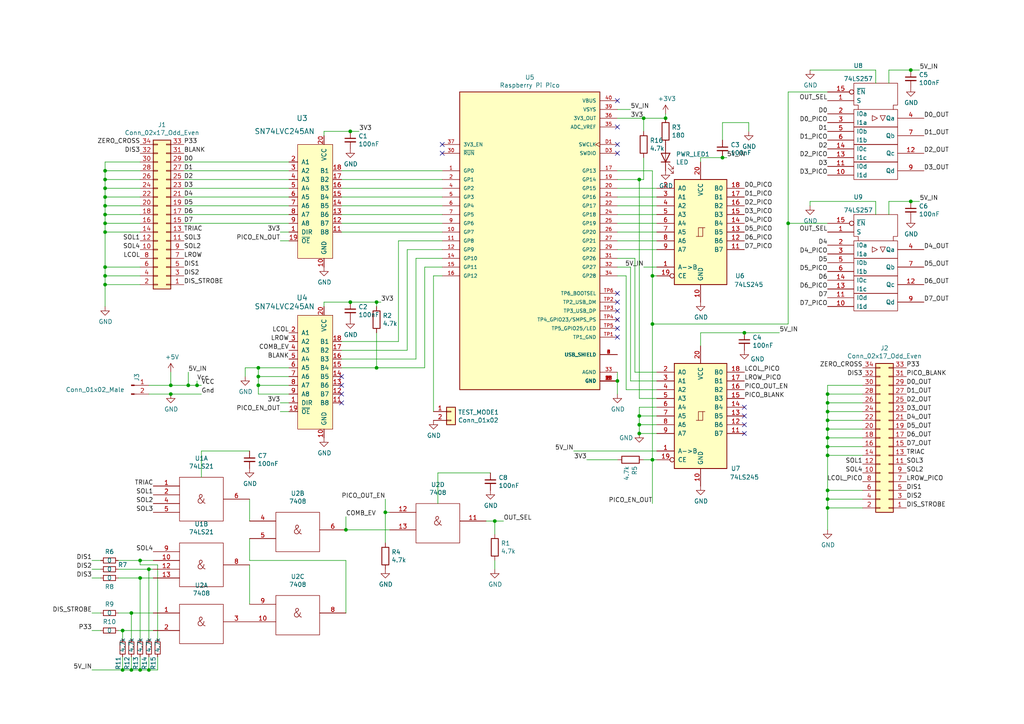
<source format=kicad_sch>
(kicad_sch (version 20211123) (generator eeschema)
  (paper "A4")
  (title_block (title "Afterglow Pico") (rev "1.2") (company "bitfield labs"))
  (junction (at 240.03 119.38))
  (junction (at 240.03 144.78))
  (junction (at 240.03 132.08))
  (junction (at 240.03 124.46))
  (junction (at 40.64 162.56))
  (junction (at 185.42 120.65))
  (junction (at 185.42 52.07))
  (junction (at 264.16 20.32))
  (junction (at 109.22 106.68))
  (junction (at 30.48 64.77))
  (junction (at 143.51 151.13))
  (junction (at 185.42 125.73))
  (junction (at 30.48 80.01))
  (junction (at 193.04 34.29))
  (junction (at 240.03 147.32))
  (junction (at 240.03 142.24))
  (junction (at 74.93 109.22))
  (junction (at 189.23 133.35))
  (junction (at 264.16 58.42))
  (junction (at 101.6 38.1))
  (junction (at 100.33 153.67))
  (junction (at 35.56 182.88))
  (junction (at 186.69 34.29))
  (junction (at 49.53 114.3))
  (junction (at 40.64 167.64))
  (junction (at 38.1 194.31))
  (junction (at 49.53 111.76))
  (junction (at 185.42 123.19))
  (junction (at 179.07 110.49))
  (junction (at 240.03 114.3))
  (junction (at 30.48 54.61))
  (junction (at 30.48 57.15))
  (junction (at 54.61 111.76))
  (junction (at 111.76 148.59))
  (junction (at 209.55 45.72))
  (junction (at 57.15 111.76))
  (junction (at 74.93 111.76))
  (junction (at 228.6 64.77))
  (junction (at 38.1 177.8))
  (junction (at 43.18 194.31))
  (junction (at 189.23 80.01))
  (junction (at 30.48 62.23))
  (junction (at 43.18 165.1))
  (junction (at 240.03 121.92))
  (junction (at 30.48 77.47))
  (junction (at 30.48 49.53))
  (junction (at 30.48 82.55))
  (junction (at 35.56 194.31))
  (junction (at 30.48 67.31))
  (junction (at 30.48 59.69))
  (junction (at 240.03 127))
  (junction (at 109.22 87.63))
  (junction (at 30.48 52.07))
  (junction (at 74.93 106.68))
  (junction (at 240.03 129.54))
  (junction (at 215.9 96.52))
  (junction (at 101.6 87.63))
  (junction (at 240.03 116.84))
  (junction (at 40.64 194.31))
  (junction (at 189.23 93.98))
  (no_connect (at 99.06 109.22))
  (no_connect (at 179.07 97.79))
  (no_connect (at 128.27 44.45))
  (no_connect (at 179.07 44.45))
  (no_connect (at 99.06 114.3))
  (no_connect (at 215.9 120.65))
  (no_connect (at 179.07 92.71))
  (no_connect (at 215.9 125.73))
  (no_connect (at 99.06 111.76))
  (no_connect (at 215.9 118.11))
  (no_connect (at 179.07 29.21))
  (no_connect (at 179.07 85.09))
  (no_connect (at 99.06 116.84))
  (no_connect (at 179.07 36.83))
  (no_connect (at 179.07 87.63))
  (no_connect (at 215.9 123.19))
  (no_connect (at 179.07 95.25))
  (no_connect (at 179.07 41.91))
  (no_connect (at 128.27 41.91))
  (no_connect (at 179.07 90.17))
  (wire (pts (xy 115.57 69.85) (xy 128.27 69.85)))
  (wire (pts (xy 182.88 110.49) (xy 190.5 110.49)))
  (wire (pts (xy 182.88 77.47) (xy 182.88 110.49)))
  (wire (pts (xy 38.1 177.8) (xy 44.45 177.8)))
  (wire (pts (xy 72.39 163.83) (xy 72.39 175.26)))
  (wire (pts (xy 179.07 34.29) (xy 186.69 34.29)))
  (wire (pts (xy 240.03 144.78) (xy 240.03 147.32)))
  (wire (pts (xy 35.56 190.5) (xy 35.56 194.31)))
  (wire (pts (xy 83.82 49.53) (xy 53.34 49.53)))
  (wire (pts (xy 193.04 34.29) (xy 193.04 33.02)))
  (wire (pts (xy 101.6 87.63) (xy 109.22 87.63)))
  (wire (pts (xy 184.15 74.93) (xy 184.15 107.95)))
  (wire (pts (xy 30.48 82.55) (xy 30.48 88.9)))
  (wire (pts (xy 179.07 69.85) (xy 190.5 69.85)))
  (wire (pts (xy 240.03 124.46) (xy 240.03 127)))
  (wire (pts (xy 228.6 26.67) (xy 228.6 64.77)))
  (wire (pts (xy 179.07 110.49) (xy 179.07 114.3)))
  (wire (pts (xy 30.48 59.69) (xy 40.64 59.69)))
  (wire (pts (xy 74.93 109.22) (xy 74.93 111.76)))
  (wire (pts (xy 100.33 177.8) (xy 100.33 162.56)))
  (wire (pts (xy 30.48 54.61) (xy 40.64 54.61)))
  (wire (pts (xy 186.69 38.1) (xy 186.69 34.29)))
  (wire (pts (xy 190.5 123.19) (xy 185.42 123.19)))
  (wire (pts (xy 209.55 35.56) (xy 217.17 35.56)))
  (wire (pts (xy 45.72 194.31) (xy 43.18 194.31)))
  (wire (pts (xy 185.42 120.65) (xy 185.42 123.19)))
  (wire (pts (xy 30.48 52.07) (xy 30.48 54.61)))
  (wire (pts (xy 30.48 80.01) (xy 30.48 82.55)))
  (wire (pts (xy 45.72 190.5) (xy 45.72 194.31)))
  (wire (pts (xy 189.23 80.01) (xy 190.5 80.01)))
  (wire (pts (xy 240.03 132.08) (xy 240.03 142.24)))
  (wire (pts (xy 186.69 133.35) (xy 189.23 133.35)))
  (wire (pts (xy 83.82 69.85) (xy 81.28 69.85)))
  (wire (pts (xy 189.23 93.98) (xy 189.23 133.35)))
  (wire (pts (xy 240.03 111.76) (xy 250.19 111.76)))
  (wire (pts (xy 99.06 59.69) (xy 128.27 59.69)))
  (wire (pts (xy 257.81 20.32) (xy 264.16 20.32)))
  (wire (pts (xy 190.5 118.11) (xy 185.42 118.11)))
  (wire (pts (xy 53.34 62.23) (xy 83.82 62.23)))
  (wire (pts (xy 179.07 59.69) (xy 190.5 59.69)))
  (wire (pts (xy 181.61 113.03) (xy 190.5 113.03)))
  (wire (pts (xy 209.55 45.72) (xy 210.82 45.72)))
  (wire (pts (xy 234.95 58.42) (xy 254 58.42)))
  (wire (pts (xy 30.48 62.23) (xy 40.64 62.23)))
  (wire (pts (xy 128.27 57.15) (xy 99.06 57.15)))
  (wire (pts (xy 118.11 101.6) (xy 118.11 72.39)))
  (wire (pts (xy 30.48 77.47) (xy 30.48 80.01)))
  (wire (pts (xy 189.23 133.35) (xy 190.5 133.35)))
  (wire (pts (xy 240.03 132.08) (xy 250.19 132.08)))
  (wire (pts (xy 30.48 46.99) (xy 30.48 49.53)))
  (wire (pts (xy 109.22 87.63) (xy 109.22 88.9)))
  (wire (pts (xy 143.51 162.56) (xy 143.51 165.1)))
  (wire (pts (xy 99.06 99.06) (xy 115.57 99.06)))
  (wire (pts (xy 30.48 52.07) (xy 40.64 52.07)))
  (wire (pts (xy 179.07 80.01) (xy 181.61 80.01)))
  (wire (pts (xy 257.81 58.42) (xy 264.16 58.42)))
  (wire (pts (xy 185.42 120.65) (xy 190.5 120.65)))
  (wire (pts (xy 74.93 106.68) (xy 71.12 106.68)))
  (wire (pts (xy 128.27 52.07) (xy 99.06 52.07)))
  (wire (pts (xy 240.03 121.92) (xy 240.03 124.46)))
  (wire (pts (xy 179.07 74.93) (xy 184.15 74.93)))
  (wire (pts (xy 109.22 96.52) (xy 109.22 106.68)))
  (wire (pts (xy 257.81 20.32) (xy 257.81 24.13)))
  (wire (pts (xy 30.48 82.55) (xy 40.64 82.55)))
  (wire (pts (xy 125.73 80.01) (xy 125.73 119.38)))
  (wire (pts (xy 179.07 72.39) (xy 190.5 72.39)))
  (wire (pts (xy 111.76 148.59) (xy 111.76 157.48)))
  (wire (pts (xy 57.15 111.76) (xy 58.42 111.76)))
  (wire (pts (xy 128.27 62.23) (xy 99.06 62.23)))
  (wire (pts (xy 26.67 167.64) (xy 29.21 167.64)))
  (wire (pts (xy 83.82 67.31) (xy 81.28 67.31)))
  (wire (pts (xy 83.82 54.61) (xy 53.34 54.61)))
  (wire (pts (xy 58.42 138.43) (xy 58.42 130.81)))
  (wire (pts (xy 128.27 64.77) (xy 99.06 64.77)))
  (wire (pts (xy 40.64 162.56) (xy 44.45 162.56)))
  (wire (pts (xy 128.27 77.47) (xy 123.19 77.47)))
  (wire (pts (xy 30.48 46.99) (xy 40.64 46.99)))
  (wire (pts (xy 93.98 38.1) (xy 101.6 38.1)))
  (wire (pts (xy 38.1 194.31) (xy 35.56 194.31)))
  (wire (pts (xy 40.64 194.31) (xy 38.1 194.31)))
  (wire (pts (xy 189.23 49.53) (xy 189.23 80.01)))
  (wire (pts (xy 83.82 114.3) (xy 74.93 114.3)))
  (wire (pts (xy 100.33 162.56) (xy 72.39 162.56)))
  (wire (pts (xy 209.55 40.64) (xy 209.55 35.56)))
  (wire (pts (xy 99.06 49.53) (xy 128.27 49.53)))
  (wire (pts (xy 49.53 111.76) (xy 54.61 111.76)))
  (wire (pts (xy 54.61 111.76) (xy 57.15 111.76)))
  (wire (pts (xy 185.42 118.11) (xy 185.42 120.65)))
  (wire (pts (xy 34.29 177.8) (xy 38.1 177.8)))
  (wire (pts (xy 185.42 52.07) (xy 179.07 52.07)))
  (wire (pts (xy 179.07 64.77) (xy 190.5 64.77)))
  (wire (pts (xy 93.98 39.37) (xy 93.98 38.1)))
  (wire (pts (xy 140.97 151.13) (xy 143.51 151.13)))
  (wire (pts (xy 186.69 45.72) (xy 186.69 52.07)))
  (wire (pts (xy 170.18 133.35) (xy 179.07 133.35)))
  (wire (pts (xy 40.64 185.42) (xy 40.64 167.64)))
  (wire (pts (xy 40.64 163.83) (xy 40.64 162.56)))
  (wire (pts (xy 264.16 20.32) (xy 266.7 20.32)))
  (wire (pts (xy 30.48 62.23) (xy 30.48 64.77)))
  (wire (pts (xy 53.34 52.07) (xy 83.82 52.07)))
  (wire (pts (xy 120.65 104.14) (xy 120.65 74.93)))
  (wire (pts (xy 34.29 162.56) (xy 40.64 162.56)))
  (wire (pts (xy 44.45 167.64) (xy 40.64 167.64)))
  (wire (pts (xy 43.18 114.3) (xy 49.53 114.3)))
  (wire (pts (xy 30.48 64.77) (xy 30.48 67.31)))
  (wire (pts (xy 240.03 127) (xy 240.03 129.54)))
  (wire (pts (xy 38.1 185.42) (xy 38.1 177.8)))
  (wire (pts (xy 240.03 26.67) (xy 228.6 26.67)))
  (wire (pts (xy 111.76 144.78) (xy 111.76 148.59)))
  (wire (pts (xy 181.61 80.01) (xy 181.61 113.03)))
  (wire (pts (xy 240.03 142.24) (xy 240.03 144.78)))
  (wire (pts (xy 240.03 124.46) (xy 250.19 124.46)))
  (wire (pts (xy 123.19 77.47) (xy 123.19 106.68)))
  (wire (pts (xy 240.03 119.38) (xy 250.19 119.38)))
  (wire (pts (xy 45.72 185.42) (xy 45.72 163.83)))
  (wire (pts (xy 53.34 57.15) (xy 83.82 57.15)))
  (wire (pts (xy 71.12 106.68) (xy 71.12 109.22)))
  (wire (pts (xy 45.72 163.83) (xy 40.64 163.83)))
  (wire (pts (xy 40.64 190.5) (xy 40.64 194.31)))
  (wire (pts (xy 43.18 194.31) (xy 40.64 194.31)))
  (wire (pts (xy 40.64 80.01) (xy 30.48 80.01)))
  (wire (pts (xy 111.76 148.59) (xy 113.03 148.59)))
  (wire (pts (xy 26.67 162.56) (xy 29.21 162.56)))
  (wire (pts (xy 186.69 77.47) (xy 190.5 77.47)))
  (wire (pts (xy 125.73 80.01) (xy 128.27 80.01)))
  (wire (pts (xy 30.48 67.31) (xy 30.48 77.47)))
  (wire (pts (xy 115.57 99.06) (xy 115.57 69.85)))
  (wire (pts (xy 189.23 133.35) (xy 189.23 146.05)))
  (wire (pts (xy 264.16 58.42) (xy 266.7 58.42)))
  (wire (pts (xy 53.34 46.99) (xy 83.82 46.99)))
  (wire (pts (xy 189.23 80.01) (xy 189.23 93.98)))
  (wire (pts (xy 123.19 106.68) (xy 109.22 106.68)))
  (wire (pts (xy 189.23 93.98) (xy 228.6 93.98)))
  (wire (pts (xy 101.6 38.1) (xy 104.14 38.1)))
  (wire (pts (xy 254 62.23) (xy 254 58.42)))
  (wire (pts (xy 186.69 34.29) (xy 193.04 34.29)))
  (wire (pts (xy 43.18 190.5) (xy 43.18 194.31)))
  (wire (pts (xy 100.33 153.67) (xy 113.03 153.67)))
  (wire (pts (xy 30.48 49.53) (xy 30.48 52.07)))
  (wire (pts (xy 44.45 182.88) (xy 35.56 182.88)))
  (wire (pts (xy 257.81 58.42) (xy 257.81 62.23)))
  (wire (pts (xy 49.53 114.3) (xy 58.42 114.3)))
  (wire (pts (xy 142.24 137.16) (xy 127 137.16)))
  (wire (pts (xy 83.82 59.69) (xy 53.34 59.69)))
  (wire (pts (xy 30.48 59.69) (xy 30.48 62.23)))
  (wire (pts (xy 240.03 127) (xy 250.19 127)))
  (wire (pts (xy 179.07 107.95) (xy 179.07 110.49)))
  (wire (pts (xy 54.61 107.95) (xy 54.61 111.76)))
  (wire (pts (xy 190.5 57.15) (xy 179.07 57.15)))
  (wire (pts (xy 254 24.13) (xy 254 20.32)))
  (wire (pts (xy 203.2 46.99) (xy 203.2 45.72)))
  (wire (pts (xy 100.33 149.86) (xy 100.33 153.67)))
  (wire (pts (xy 30.48 57.15) (xy 40.64 57.15)))
  (wire (pts (xy 215.9 96.52) (xy 226.06 96.52)))
  (wire (pts (xy 240.03 111.76) (xy 240.03 114.3)))
  (wire (pts (xy 43.18 111.76) (xy 49.53 111.76)))
  (wire (pts (xy 72.39 144.78) (xy 72.39 151.13)))
  (wire (pts (xy 203.2 96.52) (xy 203.2 100.33)))
  (wire (pts (xy 240.03 116.84) (xy 240.03 119.38)))
  (wire (pts (xy 240.03 142.24) (xy 250.19 142.24)))
  (wire (pts (xy 179.07 77.47) (xy 182.88 77.47)))
  (wire (pts (xy 185.42 125.73) (xy 190.5 125.73)))
  (wire (pts (xy 30.48 77.47) (xy 40.64 77.47)))
  (wire (pts (xy 240.03 119.38) (xy 240.03 121.92)))
  (wire (pts (xy 83.82 119.38) (xy 81.28 119.38)))
  (wire (pts (xy 99.06 54.61) (xy 128.27 54.61)))
  (wire (pts (xy 93.98 88.9) (xy 93.98 87.63)))
  (wire (pts (xy 83.82 64.77) (xy 53.34 64.77)))
  (wire (pts (xy 93.98 87.63) (xy 101.6 87.63)))
  (wire (pts (xy 234.95 59.69) (xy 234.95 58.42)))
  (wire (pts (xy 240.03 147.32) (xy 240.03 153.67)))
  (wire (pts (xy 240.03 114.3) (xy 240.03 116.84)))
  (wire (pts (xy 179.07 54.61) (xy 190.5 54.61)))
  (wire (pts (xy 74.93 106.68) (xy 74.93 109.22)))
  (wire (pts (xy 57.15 110.49) (xy 57.15 111.76)))
  (wire (pts (xy 184.15 107.95) (xy 190.5 107.95)))
  (wire (pts (xy 228.6 64.77) (xy 240.03 64.77)))
  (wire (pts (xy 143.51 151.13) (xy 146.05 151.13)))
  (wire (pts (xy 99.06 67.31) (xy 128.27 67.31)))
  (wire (pts (xy 35.56 182.88) (xy 34.29 182.88)))
  (wire (pts (xy 109.22 106.68) (xy 99.06 106.68)))
  (wire (pts (xy 99.06 101.6) (xy 118.11 101.6)))
  (wire (pts (xy 30.48 67.31) (xy 40.64 67.31)))
  (wire (pts (xy 43.18 185.42) (xy 43.18 165.1)))
  (wire (pts (xy 30.48 64.77) (xy 40.64 64.77)))
  (wire (pts (xy 29.21 182.88) (xy 26.67 182.88)))
  (wire (pts (xy 240.03 116.84) (xy 250.19 116.84)))
  (wire (pts (xy 240.03 129.54) (xy 240.03 132.08)))
  (wire (pts (xy 83.82 109.22) (xy 74.93 109.22)))
  (wire (pts (xy 190.5 115.57) (xy 185.42 115.57)))
  (wire (pts (xy 234.95 20.32) (xy 254 20.32)))
  (wire (pts (xy 127 137.16) (xy 127 146.05)))
  (wire (pts (xy 240.03 147.32) (xy 250.19 147.32)))
  (wire (pts (xy 83.82 116.84) (xy 81.28 116.84)))
  (wire (pts (xy 186.69 52.07) (xy 185.42 52.07)))
  (wire (pts (xy 40.64 167.64) (xy 34.29 167.64)))
  (wire (pts (xy 83.82 106.68) (xy 74.93 106.68)))
  (wire (pts (xy 228.6 64.77) (xy 228.6 93.98)))
  (wire (pts (xy 203.2 96.52) (xy 215.9 96.52)))
  (wire (pts (xy 30.48 57.15) (xy 30.48 59.69)))
  (wire (pts (xy 240.03 121.92) (xy 250.19 121.92)))
  (wire (pts (xy 29.21 165.1) (xy 26.67 165.1)))
  (wire (pts (xy 250.19 144.78) (xy 240.03 144.78)))
  (wire (pts (xy 26.67 177.8) (xy 29.21 177.8)))
  (wire (pts (xy 99.06 104.14) (xy 120.65 104.14)))
  (wire (pts (xy 49.53 107.95) (xy 49.53 111.76)))
  (wire (pts (xy 30.48 54.61) (xy 30.48 57.15)))
  (wire (pts (xy 120.65 74.93) (xy 128.27 74.93)))
  (wire (pts (xy 72.39 162.56) (xy 72.39 156.21)))
  (wire (pts (xy 185.42 123.19) (xy 185.42 125.73)))
  (wire (pts (xy 38.1 190.5) (xy 38.1 194.31)))
  (wire (pts (xy 74.93 111.76) (xy 83.82 111.76)))
  (wire (pts (xy 203.2 45.72) (xy 209.55 45.72)))
  (wire (pts (xy 166.37 130.81) (xy 190.5 130.81)))
  (wire (pts (xy 35.56 185.42) (xy 35.56 182.88)))
  (wire (pts (xy 118.11 72.39) (xy 128.27 72.39)))
  (wire (pts (xy 143.51 154.94) (xy 143.51 151.13)))
  (wire (pts (xy 58.42 130.81) (xy 72.39 130.81)))
  (wire (pts (xy 217.17 35.56) (xy 217.17 38.1)))
  (wire (pts (xy 179.07 49.53) (xy 189.23 49.53)))
  (wire (pts (xy 34.29 165.1) (xy 43.18 165.1)))
  (wire (pts (xy 43.18 165.1) (xy 44.45 165.1)))
  (wire (pts (xy 190.5 67.31) (xy 179.07 67.31)))
  (wire (pts (xy 182.88 31.75) (xy 179.07 31.75)))
  (wire (pts (xy 35.56 194.31) (xy 26.67 194.31)))
  (wire (pts (xy 190.5 62.23) (xy 179.07 62.23)))
  (wire (pts (xy 240.03 129.54) (xy 250.19 129.54)))
  (wire (pts (xy 109.22 87.63) (xy 110.49 87.63)))
  (wire (pts (xy 185.42 52.07) (xy 185.42 115.57)))
  (wire (pts (xy 74.93 111.76) (xy 74.93 114.3)))
  (wire (pts (xy 30.48 49.53) (xy 40.64 49.53)))
  (wire (pts (xy 240.03 114.3) (xy 250.19 114.3)))
  (image (at -58.42 144.78))
  (image (at -54.61 53.34))
  (text "WPC" (at -96.52 12.7 0) (effects (font (size 3.9878 3.9878)) (justify left bottom)))
  (text "WPC95" (at -91.44 99.06 0) (effects (font (size 3.9878 3.9878)) (justify left bottom)))
  (label "D6_PICO" (at 240.03 83.82 180))
  (label "3V3" (at 182.88 34.29 0))
  (label "SOL2" (at 262.89 137.16 0))
  (label "DIS2" (at 26.67 165.1 180))
  (label "DIS2" (at 53.34 80.01 0))
  (label "BLANK" (at 83.82 104.14 180))
  (label "D7_PICO" (at 240.03 88.9 180))
  (label "D3_PICO" (at 240.03 50.8 180))
  (label "D2_OUT" (at 262.89 116.84 0))
  (label "DIS1" (at 26.67 162.56 180))
  (label "Gnd" (at 58.42 114.3 0))
  (label "D4_PICO" (at 240.03 73.66 180))
  (label "P33" (at 262.89 106.68 0))
  (label "5V_IN" (at 226.06 96.52 0))
  (label "D2" (at 53.34 52.07 0))
  (label "SOL4" (at 250.19 137.16 180))
  (label "D5_OUT" (at 267.97 77.47 0))
  (label "LCOL_PICO" (at 215.9 107.95 0))
  (label "ZERO_CROSS" (at 250.19 106.68 180))
  (label "PICO_OUT_EN" (at 215.9 113.03 0))
  (label "BLANK" (at 53.34 44.45 0))
  (label "D5" (at 53.34 59.69 0))
  (label "D1" (at 240.03 38.1 180))
  (label "D4" (at 53.34 57.15 0))
  (label "D4" (at 240.03 71.12 180))
  (label "D1_PICO" (at 240.03 40.64 180))
  (label "TRIAC" (at 262.89 132.08 0))
  (label "LCOL_PICO" (at 250.19 139.7 180))
  (label "PICO_OUT_EN" (at 111.76 144.78 180))
  (label "D0_OUT" (at 262.89 111.76 0))
  (label "D7_OUT" (at 262.89 129.54 0))
  (label "5V_IN" (at 26.67 194.31 180))
  (label "DIS3" (at 40.64 44.45 180))
  (label "PICO_BLANK" (at 262.89 109.22 0))
  (label "D4_OUT" (at 262.89 121.92 0))
  (label "5V_IN" (at 166.37 130.81 180))
  (label "SOL4" (at 44.45 160.02 180))
  (label "LROW_PICO" (at 262.89 139.7 0))
  (label "D3" (at 53.34 54.61 0))
  (label "SOL3" (at 53.34 69.85 0))
  (label "P33" (at 53.34 41.91 0))
  (label "SOL3" (at 262.89 134.62 0))
  (label "TRIAC" (at 44.45 140.97 180))
  (label "D3_PICO" (at 215.9 62.23 0))
  (label "D4_PICO" (at 215.9 64.77 0))
  (label "DIS3" (at 250.19 109.22 180))
  (label "D0_PICO" (at 215.9 54.61 0))
  (label "5V_IN" (at 186.69 77.47 180))
  (label "D7" (at 240.03 86.36 180))
  (label "D6_OUT" (at 267.97 82.55 0))
  (label "P33" (at 26.67 182.88 180))
  (label "SOL2" (at 53.34 72.39 0))
  (label "DIS1" (at 53.34 77.47 0))
  (label "D7" (at 53.34 64.77 0))
  (label "3V3" (at 104.14 38.1 0))
  (label "LCOL" (at 83.82 96.52 180))
  (label "DIS_STROBE" (at 262.89 147.32 0))
  (label "D7_PICO" (at 215.9 72.39 0))
  (label "D1_OUT" (at 267.97 39.37 0))
  (label "D6_PICO" (at 215.9 69.85 0))
  (label "D2" (at 240.03 43.18 180))
  (label "D6_OUT" (at 262.89 127 0))
  (label "3V3" (at 81.28 116.84 180))
  (label "OUT_SEL" (at 240.03 29.21 180))
  (label "TRIAC" (at 53.34 67.31 0))
  (label "D4_OUT" (at 267.97 72.39 0))
  (label "DIS3" (at 26.67 167.64 180))
  (label "D7_OUT" (at 267.97 87.63 0))
  (label "D1_PICO" (at 215.9 57.15 0))
  (label "D3_OUT" (at 267.97 49.53 0))
  (label "D0" (at 240.03 33.02 180))
  (label "3V3" (at 81.28 67.31 180))
  (label "SOL3" (at 44.45 148.59 180))
  (label "LROW" (at 53.34 74.93 0))
  (label "D5_PICO" (at 240.03 78.74 180))
  (label "D0_PICO" (at 240.03 35.56 180))
  (label "PICO_BLANK" (at 215.9 115.57 0))
  (label "LROW_PICO" (at 215.9 110.49 0))
  (label "5V_IN" (at 210.82 45.72 0))
  (label "PICO_EN_OUT" (at 81.28 119.38 180))
  (label "5V_IN" (at 266.7 20.32 0))
  (label "3V3" (at 170.18 133.35 180))
  (label "ZERO_CROSS" (at 40.64 41.91 180))
  (label "DIS_STROBE" (at 53.34 82.55 0))
  (label "D5_OUT" (at 262.89 124.46 0))
  (label "OUT_SEL" (at 146.05 151.13 0))
  (label "SOL4" (at 40.64 72.39 180))
  (label "D2_PICO" (at 240.03 45.72 180))
  (label "DIS_STROBE" (at 26.67 177.8 180))
  (label "VCC" (at 58.42 111.76 0))
  (label "D3_OUT" (at 262.89 119.38 0))
  (label "D0" (at 53.34 46.99 0))
  (label "OUT_SEL" (at 240.03 67.31 180))
  (label "SOL1" (at 40.64 69.85 180))
  (label "D5_PICO" (at 215.9 67.31 0))
  (label "5V_IN" (at 54.61 107.95 0))
  (label "COMB_EV" (at 83.82 101.6 180))
  (label "5V_IN" (at 266.7 58.42 0))
  (label "PICO_EN_OUT" (at 189.23 146.05 180))
  (label "D5" (at 240.03 76.2 180))
  (label "SOL1" (at 44.45 143.51 180))
  (label "COMB_EV" (at 100.33 149.86 0))
  (label "D6" (at 240.03 81.28 180))
  (label "SOL1" (at 250.19 134.62 180))
  (label "D1_OUT" (at 262.89 114.3 0))
  (label "5V_IN" (at 182.88 31.75 0))
  (label "D2_PICO" (at 215.9 59.69 0))
  (label "PICO_EN_OUT" (at 81.28 69.85 180))
  (label "LCOL" (at 40.64 74.93 180))
  (label "D1" (at 53.34 49.53 0))
  (label "DIS2" (at 262.89 144.78 0))
  (label "D3" (at 240.03 48.26 180))
  (label "3V3" (at 110.49 87.63 0))
  (label "D6" (at 53.34 62.23 0))
  (label "DIS1" (at 262.89 142.24 0))
  (label "SOL2" (at 44.45 146.05 180))
  (label "LROW" (at 83.82 99.06 180))
  (label "D2_OUT" (at 267.97 44.45 0))
  (label "Vcc" (at 57.15 110.49 0))
  (label "D0_OUT" (at 267.97 34.29 0))
  (symbol (lib_id "Connector_Generic:Conn_02x17_Odd_Even") (at 48.26 62.23 180) (unit 1)
    (property "Reference" "J1" (at 46.99 36.195 0))
    (property "Value" "Conn_02x17_Odd_Even" (at 46.99 38.5064 0))
    (property "Footprint" "Pin_Headers:Pin_Header_Straight_2x17_Pitch2.54mm" (effects hide))
  )
  (symbol (lib_id "dk_Logic-Buffers-Drivers-Receivers-Transceivers:SN74LVC245AN") (at 93.98 46.99 0) (unit 1)
    (property "Reference" "U3" (at 87.63 34.29 0) (effects (font (size 1.524 1.524))))
    (property "Value" "SN74LVC245AN" (at 82.55 38.1 0) (effects (font (size 1.524 1.524))))
    (property "Footprint" "Housings_SOIC:SOIC-20W_7.5x12.8mm_Pitch1.27mm" (effects hide))
    (property "Datasheet" "http://www.ti.com/lit/ds/symlink/sn74lvc245a.pdf" (effects hide))
    (property "Digi-Key_PN" "296-8503-5-ND" (effects hide))
    (property "MPN" "SN74LVC245AN" (effects hide))
    (property "Category" "Integrated Circuits (ICs)" (effects hide))
    (property "Family" "Logic - Buffers, Drivers, Receivers, Transceivers" (effects hide))
    (property "DK_Datasheet_Link" "http://www.ti.com/lit/ds/symlink/sn74lvc245a.pdf" (effects hide))
    (property "DK_Detail_Page" "/product-detail/en/texas-instruments/SN74LVC245AN/296-8503-5-ND/377483" (effects hide))
    (property "Description" "IC TXRX NON-INVERT 3.6V 20DIP" (effects hide))
    (property "Manufacturer" "Texas Instruments" (effects hide))
    (property "Status" "Active" (effects hide))
    (property "JLCPCB" "C6080" (effects hide))
  )
  (symbol (lib_id "Connector_Generic:Conn_02x17_Odd_Even") (at 257.81 127 180) (unit 1)
    (property "Reference" "J2" (at 256.54 100.965 0))
    (property "Value" "Conn_02x17_Odd_Even" (at 256.54 103.2764 0))
    (property "Footprint" "Pin_Headers:Pin_Header_Straight_2x17_Pitch2.54mm" (effects hide))
  )
  (symbol (lib_id "dk_Logic-Buffers-Drivers-Receivers-Transceivers:SN74LVC245AN") (at 93.98 96.52 0) (unit 1)
    (property "Reference" "U4" (at 87.63 86.36 0) (effects (font (size 1.524 1.524))))
    (property "Value" "SN74LVC245AN" (at 82.55 88.9 0) (effects (font (size 1.524 1.524))))
    (property "Footprint" "Housings_SOIC:SOIC-20W_7.5x12.8mm_Pitch1.27mm" (effects hide))
    (property "Datasheet" "http://www.ti.com/lit/ds/symlink/sn74lvc245a.pdf" (effects hide))
    (property "Digi-Key_PN" "296-8503-5-ND" (effects hide))
    (property "MPN" "SN74LVC245AN" (effects hide))
    (property "Category" "Integrated Circuits (ICs)" (effects hide))
    (property "Family" "Logic - Buffers, Drivers, Receivers, Transceivers" (effects hide))
    (property "DK_Datasheet_Link" "http://www.ti.com/lit/ds/symlink/sn74lvc245a.pdf" (effects hide))
    (property "DK_Detail_Page" "/product-detail/en/texas-instruments/SN74LVC245AN/296-8503-5-ND/377483" (effects hide))
    (property "Description" "IC TXRX NON-INVERT 3.6V 20DIP" (effects hide))
    (property "Manufacturer" "Texas Instruments" (effects hide))
    (property "Status" "Active" (effects hide))
    (property "JLCPCB" "C6080" (effects hide))
  )
  (symbol (lib_id "SC0915:SC0915") (at 153.67 69.85 0) (unit 1)
    (property "Reference" "U5" (at 153.67 22.4282 0))
    (property "Value" "Raspberry Pi Pico" (at 153.67 24.7396 0))
    (property "Footprint" "SnapEDA Library:MODULE_SC0915" (effects hide))
    (property "STANDARD" "Manufacturer Recommendations" (effects hide))
    (property "PARTREV" "1.6" (effects hide))
    (property "MANUFACTURER" "Raspberry Pi" (effects hide))
    (property "MAXIMUM_PACKAGE_HEIGHT" "3.73mm" (effects hide))
  )
  (symbol (lib_id "74xx_IEEE:7421") (at 58.42 144.78 0) (unit 1)
    (property "Reference" "U1" (at 58.42 132.9436 0))
    (property "Value" "74LS21" (at 58.42 135.255 0))
    (property "Footprint" "Housings_SOIC:SOIC-14_3.9x8.7mm_Pitch1.27mm" (effects hide))
    (property "JLCPCB" "C2862597" (effects hide))
  )
  (symbol (lib_id "74xx_IEEE:7421") (at 58.42 163.83 0) (unit 2)
    (property "Reference" "U1" (at 58.42 151.9936 0))
    (property "Value" "74LS21" (at 58.42 154.305 0))
    (property "Footprint" "Housings_SOIC:SOIC-14_3.9x8.7mm_Pitch1.27mm" (effects hide))
  )
  (symbol (lib_id "power:GND") (at 30.48 88.9 0) (unit 1)
    (property "Reference" "#PWR0101" (effects hide))
    (property "Value" "GND" (at 30.607 93.2942 0))
  )
  (symbol (lib_id "power:GND") (at 93.98 77.47 0) (unit 1)
    (property "Reference" "#PWR0102" (effects hide))
    (property "Value" "GND" (at 94.107 81.8642 0))
  )
  (symbol (lib_id "power:GND") (at 93.98 127 0) (unit 1)
    (property "Reference" "#PWR0104" (effects hide))
    (property "Value" "GND" (at 94.107 131.3942 0))
  )
  (symbol (lib_id "power:GND") (at 71.12 109.22 0) (unit 1)
    (property "Reference" "#PWR0105" (effects hide))
    (property "Value" "GND" (at 71.247 113.6142 0))
  )
  (symbol (lib_id "power:GND") (at 240.03 153.67 0) (unit 1)
    (property "Reference" "#PWR0106" (effects hide))
    (property "Value" "GND" (at 240.157 158.0642 0))
  )
  (symbol (lib_id "74xx:74HC245") (at 203.2 67.31 0) (unit 1)
    (property "Reference" "U6" (at 214.63 80.01 0))
    (property "Value" "74LS245" (at 217.17 82.55 0))
    (property "Footprint" "Housings_SOIC:SOIC-20W_7.5x12.8mm_Pitch1.27mm" (effects hide))
    (property "Datasheet" "http://www.ti.com/lit/gpn/sn74HC245" (effects hide))
    (property "JLCPCB" "C129580" (effects hide))
  )
  (symbol (lib_id "power:GND") (at 203.2 87.63 0) (unit 1)
    (property "Reference" "#PWR0107" (effects hide))
    (property "Value" "GND" (at 203.327 92.0242 0))
  )
  (symbol (lib_id "74xx:74HC245") (at 203.2 120.65 0) (unit 1)
    (property "Reference" "U7" (at 213.36 135.89 0))
    (property "Value" "74LS245" (at 215.9 138.43 0))
    (property "Footprint" "Housings_SOIC:SOIC-20W_7.5x12.8mm_Pitch1.27mm" (effects hide))
    (property "Datasheet" "http://www.ti.com/lit/gpn/sn74HC245" (effects hide))
    (property "JLCPCB" "C129580" (effects hide))
  )
  (symbol (lib_id "power:+5V") (at 49.53 107.95 0) (unit 1)
    (property "Reference" "#PWR0108" (effects hide))
    (property "Value" "+5V" (at 49.911 103.5558 0))
  )
  (symbol (lib_id "power:GND") (at 203.2 140.97 0) (unit 1)
    (property "Reference" "#PWR0109" (effects hide))
    (property "Value" "GND" (at 203.327 145.3642 0))
  )
  (symbol (lib_id "power:GND") (at 179.07 114.3 0) (unit 1)
    (property "Reference" "#PWR0112" (effects hide))
    (property "Value" "GND" (at 179.197 118.6942 0))
  )
  (symbol (lib_id "74xx_IEEE:74LS257") (at 254 38.1 0) (unit 1)
    (property "Reference" "U8" (at 248.92 19.05 0))
    (property "Value" "74LS257" (at 248.92 22.86 0))
    (property "Footprint" "Housings_SSOP:SOP-16_4.4x10.4mm_Pitch1.27mm" (effects hide))
    (property "JLCPCB" "C7754" (effects hide))
  )
  (symbol (lib_id "Device:R") (at 111.76 161.29 0) (unit 1)
    (property "Reference" "R4" (at 113.538 160.1216 0) (effects (justify left)))
    (property "Value" "4.7k" (at 113.538 162.433 0) (effects (justify left)))
    (property "Footprint" "Resistors_SMD:R_0805_HandSoldering" (effects hide))
    (property "JLCPCB" "C17673" (effects hide))
  )
  (symbol (lib_id "power:GND") (at 234.95 20.32 0) (unit 1)
    (property "Reference" "#PWR0113" (effects hide))
    (property "Value" "GND" (at 235.077 24.7142 0))
  )
  (symbol (lib_id "74xx_IEEE:74LS257") (at 254 76.2 0) (unit 1)
    (property "Reference" "U9" (at 248.92 57.15 0))
    (property "Value" "74LS257" (at 248.92 60.96 0))
    (property "Footprint" "Housings_SSOP:SOP-16_4.4x10.4mm_Pitch1.27mm" (effects hide))
    (property "JLCPCB" "C7754" (effects hide))
  )
  (symbol (lib_id "power:GND") (at 234.95 59.69 0) (unit 1)
    (property "Reference" "#PWR0114" (effects hide))
    (property "Value" "GND" (at 235.077 64.0842 0))
  )
  (symbol (lib_id "power:GND") (at 111.76 165.1 0) (unit 1)
    (property "Reference" "#PWR011" (effects hide))
    (property "Value" "GND" (at 111.887 169.4942 0))
  )
  (symbol (lib_id "power:GND") (at 185.42 125.73 0) (unit 1)
    (property "Reference" "#PWR012" (effects hide))
    (property "Value" "GND" (at 181.61 127 0))
  )
  (symbol (lib_id "Device:R") (at 182.88 133.35 270) (unit 1)
    (property "Reference" "R5" (at 184.0484 135.128 0) (effects (justify left)))
    (property "Value" "4.7k" (at 181.737 135.128 0) (effects (justify left)))
    (property "Footprint" "Resistors_SMD:R_0805_HandSoldering" (effects hide))
    (property "JLCPCB" "C17673" (effects hide))
  )
  (symbol (lib_id "Device:R") (at 143.51 158.75 0) (unit 1)
    (property "Reference" "R1" (at 145.288 157.5816 0) (effects (justify left)))
    (property "Value" "4.7k" (at 145.288 159.893 0) (effects (justify left)))
    (property "Footprint" "Resistors_SMD:R_0805_HandSoldering" (effects hide))
    (property "JLCPCB" "C17673" (effects hide))
  )
  (symbol (lib_id "power:GND") (at 143.51 165.1 0) (unit 1)
    (property "Reference" "#PWR01" (effects hide))
    (property "Value" "GND" (at 143.637 169.4942 0))
  )
  (symbol (lib_id "Device:C_Small") (at 101.6 40.64 0) (unit 1)
    (property "Reference" "C1" (at 103.9368 39.4716 0) (effects (justify left)))
    (property "Value" "100nF" (at 103.9368 41.783 0) (effects (justify left)))
    (property "Footprint" "Capacitors_SMD:C_0805_HandSoldering" (effects hide))
    (property "JLCPCB" "C396718" (effects hide))
  )
  (symbol (lib_id "power:GND") (at 101.6 43.18 0) (unit 1)
    (property "Reference" "#PWR02" (effects hide))
    (property "Value" "GND" (at 101.727 47.5742 0))
  )
  (symbol (lib_id "Device:C_Small") (at 101.6 90.17 0) (unit 1)
    (property "Reference" "C2" (at 103.9368 89.0016 0) (effects (justify left)))
    (property "Value" "100nF" (at 103.9368 91.313 0) (effects (justify left)))
    (property "Footprint" "Capacitors_SMD:C_0805_HandSoldering" (effects hide))
    (property "JLCPCB" "C396718" (effects hide))
  )
  (symbol (lib_id "power:GND") (at 101.6 92.71 0) (unit 1)
    (property "Reference" "#PWR03" (effects hide))
    (property "Value" "GND" (at 101.727 97.1042 0))
  )
  (symbol (lib_id "Device:C_Small") (at 264.16 22.86 0) (unit 1)
    (property "Reference" "C5" (at 266.4968 21.6916 0) (effects (justify left)))
    (property "Value" "100nF" (at 266.4968 24.003 0) (effects (justify left)))
    (property "Footprint" "Capacitors_SMD:C_0805_HandSoldering" (effects hide))
    (property "JLCPCB" "C396718" (effects hide))
  )
  (symbol (lib_id "Device:C_Small") (at 264.16 60.96 0) (unit 1)
    (property "Reference" "C6" (at 266.4968 59.7916 0) (effects (justify left)))
    (property "Value" "100nF" (at 266.4968 62.103 0) (effects (justify left)))
    (property "Footprint" "Capacitors_SMD:C_0805_HandSoldering" (effects hide))
    (property "JLCPCB" "C396718" (effects hide))
  )
  (symbol (lib_id "power:GND") (at 264.16 25.4 0) (unit 1)
    (property "Reference" "#PWR06" (effects hide))
    (property "Value" "GND" (at 264.287 29.7942 0))
  )
  (symbol (lib_id "power:GND") (at 264.16 63.5 0) (unit 1)
    (property "Reference" "#PWR07" (effects hide))
    (property "Value" "GND" (at 264.287 67.8942 0))
  )
  (symbol (lib_id "Device:C_Small") (at 209.55 43.18 0) (unit 1)
    (property "Reference" "C3" (at 211.8868 42.0116 0) (effects (justify left)))
    (property "Value" "100nF" (at 211.8868 44.323 0) (effects (justify left)))
    (property "Footprint" "Capacitors_SMD:C_0805_HandSoldering" (effects hide))
    (property "JLCPCB" "C396718" (effects hide))
  )
  (symbol (lib_id "Device:C_Small") (at 215.9 99.06 0) (unit 1)
    (property "Reference" "C4" (at 218.2368 97.8916 0) (effects (justify left)))
    (property "Value" "100nF" (at 218.2368 100.203 0) (effects (justify left)))
    (property "Footprint" "Capacitors_SMD:C_0805_HandSoldering" (effects hide))
    (property "JLCPCB" "C396718" (effects hide))
  )
  (symbol (lib_id "power:GND") (at 217.17 38.1 0) (unit 1)
    (property "Reference" "#PWR04" (effects hide))
    (property "Value" "GND" (at 217.297 42.4942 0))
  )
  (symbol (lib_id "power:GND") (at 215.9 101.6 0) (unit 1)
    (property "Reference" "#PWR05" (effects hide))
    (property "Value" "GND" (at 219.71 104.14 0))
  )
  (symbol (lib_id "Connector:Conn_01x02_Male") (at 38.1 111.76 0) (unit 1)
    (property "Reference" "J3" (at 39.6748 110.6424 90) (effects (justify left)))
    (property "Value" "Conn_01x02_Male" (at 19.05 113.03 0) (effects (justify left)))
    (property "Footprint" "Connectors_Molex:Molex_KK-6410-02_02x2.54mm_Straight" (effects hide))
  )
  (symbol (lib_id "power:GND") (at 49.53 114.3 0) (unit 1)
    (property "Reference" "#PWR08" (effects hide))
    (property "Value" "GND" (at 49.657 118.6942 0))
  )
  (symbol (lib_id "power:+3V3") (at 193.04 33.02 0) (unit 1)
    (property "Reference" "#PWR0115" (effects hide))
    (property "Value" "+3V3" (at 193.421 28.6258 0))
  )
  (symbol (lib_id "Device:R_Small") (at 31.75 182.88 270) (unit 1)
    (property "Reference" "R10" (at 31.75 180.34 90))
    (property "Value" "0" (at 31.75 182.88 90))
    (property "Footprint" "Resistors_SMD:R_0805_HandSoldering" (effects hide))
    (property "JLCPCB" "C17477" (effects hide))
  )
  (symbol (lib_id "Device:C_Small") (at 72.39 133.35 0) (unit 1)
    (property "Reference" "C7" (at 74.7268 132.1816 0) (effects (justify left)))
    (property "Value" "100nF" (at 74.7268 134.493 0) (effects (justify left)))
    (property "Footprint" "Capacitors_SMD:C_0805_HandSoldering" (effects hide))
    (property "JLCPCB" "C396718" (effects hide))
  )
  (symbol (lib_id "Device:C_Small") (at 142.24 139.7 0) (unit 1)
    (property "Reference" "C8" (at 144.5768 138.5316 0) (effects (justify left)))
    (property "Value" "100nF" (at 144.5768 140.843 0) (effects (justify left)))
    (property "Footprint" "Capacitors_SMD:C_0805_HandSoldering" (effects hide))
    (property "JLCPCB" "C396718" (effects hide))
  )
  (symbol (lib_id "power:GND") (at 72.39 135.89 0) (unit 1)
    (property "Reference" "#PWR0116" (effects hide))
    (property "Value" "GND" (at 72.517 140.2842 0))
  )
  (symbol (lib_id "power:GND") (at 142.24 142.24 0) (unit 1)
    (property "Reference" "#PWR0117" (effects hide))
    (property "Value" "GND" (at 142.367 146.6342 0))
  )
  (symbol (lib_id "power:GND") (at 125.73 121.92 0) (unit 1)
    (property "Reference" "#PWR09" (effects hide))
    (property "Value" "GND" (at 125.857 126.3142 0))
  )
  (symbol (lib_id "Device:LED") (at 193.04 45.72 90) (unit 1)
    (property "Reference" "PWR_LED1" (at 196.0372 44.7294 90) (effects (justify right)))
    (property "Value" "LED" (at 196.0372 47.0408 90) (effects (justify right)))
    (property "Footprint" "LEDs:LED_0805_HandSoldering" (effects hide))
    (property "JLCPCB" "C434432" (effects hide))
  )
  (symbol (lib_id "power:GND") (at 193.04 49.53 0) (unit 1)
    (property "Reference" "#PWR010" (effects hide))
    (property "Value" "GND" (at 193.167 53.9242 0))
  )
  (symbol (lib_id "Device:R") (at 193.04 38.1 0) (unit 1)
    (property "Reference" "R3" (at 194.818 36.9316 0) (effects (justify left)))
    (property "Value" "180" (at 194.818 39.243 0) (effects (justify left)))
    (property "Footprint" "Resistors_SMD:R_0805_HandSoldering" (effects hide))
    (property "JLCPCB" "C25270" (effects hide))
  )
  (symbol (lib_id "Device:R_Small") (at 35.56 187.96 180) (unit 1)
    (property "Reference" "R11" (at 34.29 194.31 90) (effects (justify right)))
    (property "Value" "4.7k" (at 35.56 189.23 90) (effects (justify right)))
    (property "Footprint" "Resistors_SMD:R_0805_HandSoldering" (effects hide))
    (property "JLCPCB" "C17673" (effects hide))
  )
  (symbol (lib_id "Device:R_Small") (at 31.75 177.8 270) (unit 1)
    (property "Reference" "R9" (at 31.75 175.26 90))
    (property "Value" "0" (at 31.75 177.8 90))
    (property "Footprint" "Resistors_SMD:R_0805_HandSoldering" (effects hide))
    (property "JLCPCB" "C17477" (effects hide))
  )
  (symbol (lib_id "Device:R_Small") (at 31.75 167.64 270) (unit 1)
    (property "Reference" "R8" (at 31.75 170.18 90))
    (property "Value" "0" (at 31.75 167.64 90))
    (property "Footprint" "Resistors_SMD:R_0805_HandSoldering" (effects hide))
    (property "JLCPCB" "C17477" (effects hide))
  )
  (symbol (lib_id "Device:R_Small") (at 31.75 162.56 270) (unit 1)
    (property "Reference" "R6" (at 31.75 160.02 90))
    (property "Value" "0" (at 31.75 162.56 90))
    (property "Footprint" "Resistors_SMD:R_0805_HandSoldering" (effects hide))
    (property "JLCPCB" "C17477" (effects hide))
  )
  (symbol (lib_id "Device:R_Small") (at 31.75 165.1 270) (unit 1)
    (property "Reference" "R7" (at 35.56 163.83 90))
    (property "Value" "0" (at 31.75 165.1 90))
    (property "Footprint" "Resistors_SMD:R_0805_HandSoldering" (effects hide))
    (property "JLCPCB" "C17477" (effects hide))
  )
  (symbol (lib_id "Device:R_Small") (at 38.1 187.96 180) (unit 1)
    (property "Reference" "R12" (at 36.83 194.31 90) (effects (justify right)))
    (property "Value" "4.7k" (at 38.1 189.23 90) (effects (justify right)))
    (property "Footprint" "Resistors_SMD:R_0805_HandSoldering" (effects hide))
    (property "JLCPCB" "C17673" (effects hide))
  )
  (symbol (lib_id "Device:R_Small") (at 40.64 187.96 180) (unit 1)
    (property "Reference" "R13" (at 39.37 194.31 90) (effects (justify right)))
    (property "Value" "4.7k" (at 40.64 189.23 90) (effects (justify right)))
    (property "Footprint" "Resistors_SMD:R_0805_HandSoldering" (effects hide))
    (property "JLCPCB" "C17673" (effects hide))
  )
  (symbol (lib_id "Device:R_Small") (at 43.18 187.96 180) (unit 1)
    (property "Reference" "R14" (at 41.91 194.31 90) (effects (justify right)))
    (property "Value" "4.7k" (at 43.18 189.23 90) (effects (justify right)))
    (property "Footprint" "Resistors_SMD:R_0805_HandSoldering" (effects hide))
    (property "JLCPCB" "C17673" (effects hide))
  )
  (symbol (lib_id "Device:R_Small") (at 45.72 187.96 180) (unit 1)
    (property "Reference" "R15" (at 44.45 194.31 90) (effects (justify right)))
    (property "Value" "4.7k" (at 45.72 189.23 90) (effects (justify right)))
    (property "Footprint" "Resistors_SMD:R_0805_HandSoldering" (effects hide))
    (property "JLCPCB" "C17673" (effects hide))
  )
  (symbol (lib_id "74xx_IEEE:7408") (at 86.36 153.67 0) (unit 2)
    (property "Reference" "U2" (at 86.36 143.1036 0))
    (property "Value" "7408" (at 86.36 145.415 0))
    (property "Footprint" "Housings_SOIC:SOIC-14_3.9x8.7mm_Pitch1.27mm" (effects hide))
    (property "JLCPCB" "C6802" (effects hide))
  )
  (symbol (lib_id "74xx_IEEE:7408") (at 127 151.13 0) (unit 4)
    (property "Reference" "U2" (at 127 140.5636 0))
    (property "Value" "7408" (at 127 142.875 0))
    (property "Footprint" "Housings_SOIC:SOIC-14_3.9x8.7mm_Pitch1.27mm" (effects hide))
  )
  (symbol (lib_id "74xx_IEEE:7408") (at 58.42 180.34 0) (unit 1)
    (property "Reference" "U2" (at 58.42 169.7736 0))
    (property "Value" "7408" (at 58.42 172.085 0))
    (property "Footprint" "Housings_SOIC:SOIC-14_3.9x8.7mm_Pitch1.27mm" (effects hide))
  )
  (symbol (lib_id "74xx_IEEE:7408") (at 86.36 177.8 0) (unit 3)
    (property "Reference" "U2" (at 86.36 167.2336 0))
    (property "Value" "7408" (at 86.36 169.545 0))
    (property "Footprint" "Housings_SOIC:SOIC-14_3.9x8.7mm_Pitch1.27mm" (effects hide))
  )
  (symbol (lib_id "Connector_Generic:Conn_01x02") (at 130.81 119.38 0) (unit 1)
    (property "Reference" "TEST_MODE1" (at 132.842 119.5832 0) (effects (justify left)))
    (property "Value" "Conn_01x02" (at 132.842 121.8946 0) (effects (justify left)))
    (property "Footprint" "Pin_Headers:Pin_Header_Straight_1x02_Pitch2.54mm" (effects hide))
  )
  (symbol (lib_id "Device:R") (at 109.22 92.71 0) (unit 1)
    (property "Reference" "R2" (at 110.998 91.5416 0) (effects (justify left)))
    (property "Value" "4.7k" (at 110.998 93.853 0) (effects (justify left)))
    (property "Footprint" "Resistors_SMD:R_0805_HandSoldering" (effects hide))
    (property "JLCPCB" "C17673" (effects hide))
  )
  (symbol (lib_id "Device:R") (at 186.69 41.91 0) (unit 1)
    (property "Reference" "R16" (at 188.468 40.7416 0) (effects (justify left)))
    (property "Value" "4.7k" (at 188.468 43.053 0) (effects (justify left)))
    (property "Footprint" "Resistors_SMD:R_0805_HandSoldering" (effects hide))
    (property "JLCPCB" "C17673" (effects hide))
  )
)
</source>
